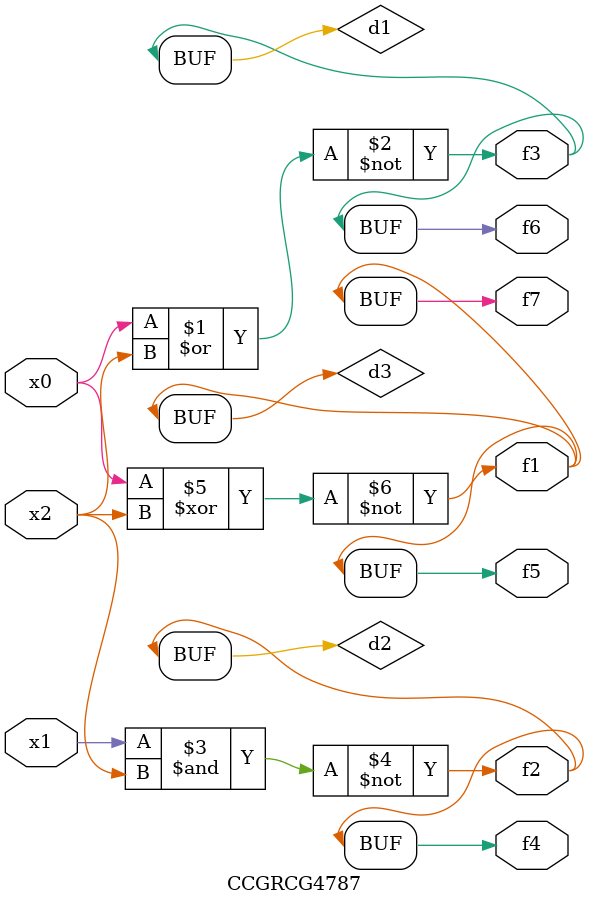
<source format=v>
module CCGRCG4787(
	input x0, x1, x2,
	output f1, f2, f3, f4, f5, f6, f7
);

	wire d1, d2, d3;

	nor (d1, x0, x2);
	nand (d2, x1, x2);
	xnor (d3, x0, x2);
	assign f1 = d3;
	assign f2 = d2;
	assign f3 = d1;
	assign f4 = d2;
	assign f5 = d3;
	assign f6 = d1;
	assign f7 = d3;
endmodule

</source>
